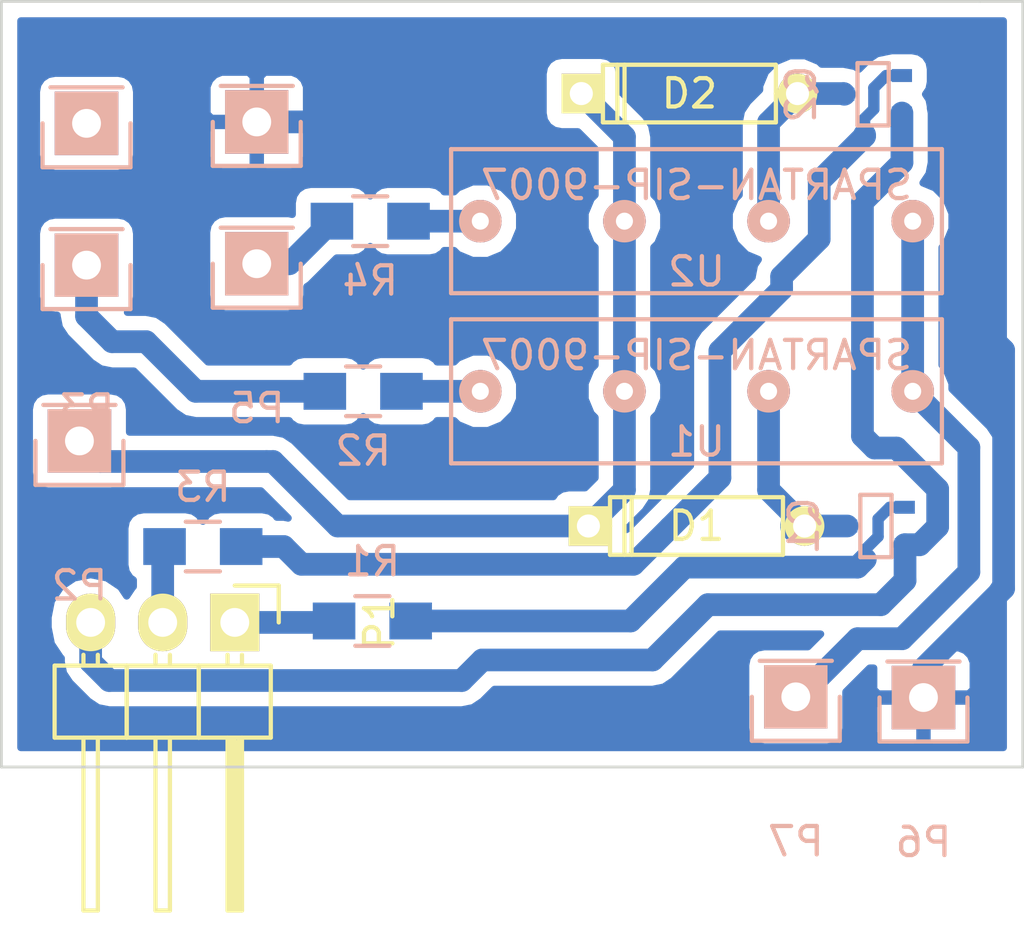
<source format=kicad_pcb>
(kicad_pcb (version 4) (host pcbnew "(after 2015-may-25 BZR unknown)-product")

  (general
    (links 21)
    (no_connects 0)
    (area 141.949999 94.949999 178.050001 127.775001)
    (thickness 1.6)
    (drawings 5)
    (tracks 95)
    (zones 0)
    (modules 18)
    (nets 15)
  )

  (page A4)
  (layers
    (0 F.Cu signal)
    (31 B.Cu signal)
    (32 B.Adhes user)
    (33 F.Adhes user)
    (34 B.Paste user)
    (35 F.Paste user)
    (36 B.SilkS user)
    (37 F.SilkS user)
    (38 B.Mask user)
    (39 F.Mask user)
    (40 Dwgs.User user)
    (41 Cmts.User user)
    (42 Eco1.User user)
    (43 Eco2.User user)
    (44 Edge.Cuts user)
    (45 Margin user)
    (46 B.CrtYd user)
    (47 F.CrtYd user)
    (48 B.Fab user)
    (49 F.Fab user)
  )

  (setup
    (last_trace_width 0.8)
    (user_trace_width 0.8)
    (user_trace_width 1.2)
    (trace_clearance 0.2)
    (zone_clearance 0.508)
    (zone_45_only no)
    (trace_min 0.2)
    (segment_width 0.2)
    (edge_width 0.1)
    (via_size 0.6)
    (via_drill 0.4)
    (via_min_size 0.4)
    (via_min_drill 0.3)
    (uvia_size 0.3)
    (uvia_drill 0.1)
    (uvias_allowed no)
    (uvia_min_size 0.2)
    (uvia_min_drill 0.1)
    (pcb_text_width 0.3)
    (pcb_text_size 1.5 1.5)
    (mod_edge_width 0.15)
    (mod_text_size 1 1)
    (mod_text_width 0.15)
    (pad_size 1.5 1.5)
    (pad_drill 0.6)
    (pad_to_mask_clearance 0)
    (aux_axis_origin 0 0)
    (visible_elements 7FFFFFFF)
    (pcbplotparams
      (layerselection 0x00030_80000001)
      (usegerberextensions false)
      (excludeedgelayer true)
      (linewidth 0.100000)
      (plotframeref false)
      (viasonmask false)
      (mode 1)
      (useauxorigin false)
      (hpglpennumber 1)
      (hpglpenspeed 20)
      (hpglpendiameter 15)
      (hpglpenoverlay 2)
      (psnegative false)
      (psa4output false)
      (plotreference true)
      (plotvalue true)
      (plotinvisibletext false)
      (padsonsilk false)
      (subtractmaskfromsilk false)
      (outputformat 1)
      (mirror false)
      (drillshape 1)
      (scaleselection 1)
      (outputdirectory svg))
  )

  (net 0 "")
  (net 1 GND)
  (net 2 /probeEn)
  (net 3 /workEn)
  (net 4 +12V)
  (net 5 /workI)
  (net 6 GNDA)
  (net 7 /probeI)
  (net 8 "Net-(P7-Pad1)")
  (net 9 "Net-(Q1-Pad1)")
  (net 10 "Net-(Q2-Pad1)")
  (net 11 "Net-(R2-Pad2)")
  (net 12 "Net-(R4-Pad2)")
  (net 13 "Net-(D1-Pad2)")
  (net 14 "Net-(D2-Pad2)")

  (net_class Default "This is the default net class."
    (clearance 0.2)
    (trace_width 0.4)
    (via_dia 0.6)
    (via_drill 0.4)
    (uvia_dia 0.3)
    (uvia_drill 0.1)
    (add_net +12V)
    (add_net /probeEn)
    (add_net /probeI)
    (add_net /workEn)
    (add_net /workI)
    (add_net GND)
    (add_net GNDA)
    (add_net "Net-(D1-Pad2)")
    (add_net "Net-(D2-Pad2)")
    (add_net "Net-(P7-Pad1)")
    (add_net "Net-(Q1-Pad1)")
    (add_net "Net-(Q2-Pad1)")
    (add_net "Net-(R2-Pad2)")
    (add_net "Net-(R4-Pad2)")
  )

  (module Discret:D3 (layer F.Cu) (tedit 0) (tstamp 55D624AC)
    (at 166.5 113.5 180)
    (descr "Diode 3 pas")
    (tags "DIODE DEV")
    (path /55D6588A)
    (fp_text reference D1 (at 0 0 180) (layer F.SilkS)
      (effects (font (size 1 1) (thickness 0.15)))
    )
    (fp_text value 1n5819 (at 0 0 180) (layer F.Fab)
      (effects (font (size 1 1) (thickness 0.15)))
    )
    (fp_line (start 3.81 0) (end 3.048 0) (layer F.SilkS) (width 0.15))
    (fp_line (start 3.048 0) (end 3.048 -1.016) (layer F.SilkS) (width 0.15))
    (fp_line (start 3.048 -1.016) (end -3.048 -1.016) (layer F.SilkS) (width 0.15))
    (fp_line (start -3.048 -1.016) (end -3.048 0) (layer F.SilkS) (width 0.15))
    (fp_line (start -3.048 0) (end -3.81 0) (layer F.SilkS) (width 0.15))
    (fp_line (start -3.048 0) (end -3.048 1.016) (layer F.SilkS) (width 0.15))
    (fp_line (start -3.048 1.016) (end 3.048 1.016) (layer F.SilkS) (width 0.15))
    (fp_line (start 3.048 1.016) (end 3.048 0) (layer F.SilkS) (width 0.15))
    (fp_line (start 2.54 -1.016) (end 2.54 1.016) (layer F.SilkS) (width 0.15))
    (fp_line (start 2.286 1.016) (end 2.286 -1.016) (layer F.SilkS) (width 0.15))
    (pad 1 thru_hole rect (at 3.81 0 180) (size 1.397 1.397) (drill 0.8128) (layers *.Cu *.Mask F.SilkS)
      (net 4 +12V))
    (pad 2 thru_hole circle (at -3.81 0 180) (size 1.397 1.397) (drill 0.8128) (layers *.Cu *.Mask F.SilkS)
      (net 13 "Net-(D1-Pad2)"))
    (model Discret.3dshapes/D3.wrl
      (at (xyz 0 0 0))
      (scale (xyz 0.3 0.3 0.3))
      (rotate (xyz 0 0 0))
    )
  )

  (module Discret:D3 (layer F.Cu) (tedit 0) (tstamp 55D624B2)
    (at 166.25 98.25 180)
    (descr "Diode 3 pas")
    (tags "DIODE DEV")
    (path /55D76479)
    (fp_text reference D2 (at 0 0 180) (layer F.SilkS)
      (effects (font (size 1 1) (thickness 0.15)))
    )
    (fp_text value 1n5819 (at 0 0 180) (layer F.Fab)
      (effects (font (size 1 1) (thickness 0.15)))
    )
    (fp_line (start 3.81 0) (end 3.048 0) (layer F.SilkS) (width 0.15))
    (fp_line (start 3.048 0) (end 3.048 -1.016) (layer F.SilkS) (width 0.15))
    (fp_line (start 3.048 -1.016) (end -3.048 -1.016) (layer F.SilkS) (width 0.15))
    (fp_line (start -3.048 -1.016) (end -3.048 0) (layer F.SilkS) (width 0.15))
    (fp_line (start -3.048 0) (end -3.81 0) (layer F.SilkS) (width 0.15))
    (fp_line (start -3.048 0) (end -3.048 1.016) (layer F.SilkS) (width 0.15))
    (fp_line (start -3.048 1.016) (end 3.048 1.016) (layer F.SilkS) (width 0.15))
    (fp_line (start 3.048 1.016) (end 3.048 0) (layer F.SilkS) (width 0.15))
    (fp_line (start 2.54 -1.016) (end 2.54 1.016) (layer F.SilkS) (width 0.15))
    (fp_line (start 2.286 1.016) (end 2.286 -1.016) (layer F.SilkS) (width 0.15))
    (pad 1 thru_hole rect (at 3.81 0 180) (size 1.397 1.397) (drill 0.8128) (layers *.Cu *.Mask F.SilkS)
      (net 4 +12V))
    (pad 2 thru_hole circle (at -3.81 0 180) (size 1.397 1.397) (drill 0.8128) (layers *.Cu *.Mask F.SilkS)
      (net 14 "Net-(D2-Pad2)"))
    (model Discret.3dshapes/D3.wrl
      (at (xyz 0 0 0))
      (scale (xyz 0.3 0.3 0.3))
      (rotate (xyz 0 0 0))
    )
  )

  (module Pin_Headers:Pin_Header_Angled_1x03 (layer F.Cu) (tedit 0) (tstamp 55D624B9)
    (at 150.225 116.9 270)
    (descr "Through hole pin header")
    (tags "pin header")
    (path /55D66221)
    (fp_text reference P1 (at 0 -5.1 270) (layer F.SilkS)
      (effects (font (size 1 1) (thickness 0.15)))
    )
    (fp_text value CONN_01X03 (at 0 -3.1 270) (layer F.Fab)
      (effects (font (size 1 1) (thickness 0.15)))
    )
    (fp_line (start -1.5 -1.75) (end -1.5 6.85) (layer F.CrtYd) (width 0.05))
    (fp_line (start 10.65 -1.75) (end 10.65 6.85) (layer F.CrtYd) (width 0.05))
    (fp_line (start -1.5 -1.75) (end 10.65 -1.75) (layer F.CrtYd) (width 0.05))
    (fp_line (start -1.5 6.85) (end 10.65 6.85) (layer F.CrtYd) (width 0.05))
    (fp_line (start -1.3 -1.55) (end -1.3 0) (layer F.SilkS) (width 0.15))
    (fp_line (start 0 -1.55) (end -1.3 -1.55) (layer F.SilkS) (width 0.15))
    (fp_line (start 4.191 -0.127) (end 10.033 -0.127) (layer F.SilkS) (width 0.15))
    (fp_line (start 10.033 -0.127) (end 10.033 0.127) (layer F.SilkS) (width 0.15))
    (fp_line (start 10.033 0.127) (end 4.191 0.127) (layer F.SilkS) (width 0.15))
    (fp_line (start 4.191 0.127) (end 4.191 0) (layer F.SilkS) (width 0.15))
    (fp_line (start 4.191 0) (end 10.033 0) (layer F.SilkS) (width 0.15))
    (fp_line (start 1.524 -0.254) (end 1.143 -0.254) (layer F.SilkS) (width 0.15))
    (fp_line (start 1.524 0.254) (end 1.143 0.254) (layer F.SilkS) (width 0.15))
    (fp_line (start 1.524 2.286) (end 1.143 2.286) (layer F.SilkS) (width 0.15))
    (fp_line (start 1.524 2.794) (end 1.143 2.794) (layer F.SilkS) (width 0.15))
    (fp_line (start 1.524 4.826) (end 1.143 4.826) (layer F.SilkS) (width 0.15))
    (fp_line (start 1.524 5.334) (end 1.143 5.334) (layer F.SilkS) (width 0.15))
    (fp_line (start 4.064 1.27) (end 4.064 -1.27) (layer F.SilkS) (width 0.15))
    (fp_line (start 10.16 0.254) (end 4.064 0.254) (layer F.SilkS) (width 0.15))
    (fp_line (start 10.16 -0.254) (end 10.16 0.254) (layer F.SilkS) (width 0.15))
    (fp_line (start 4.064 -0.254) (end 10.16 -0.254) (layer F.SilkS) (width 0.15))
    (fp_line (start 1.524 1.27) (end 4.064 1.27) (layer F.SilkS) (width 0.15))
    (fp_line (start 1.524 -1.27) (end 1.524 1.27) (layer F.SilkS) (width 0.15))
    (fp_line (start 1.524 -1.27) (end 4.064 -1.27) (layer F.SilkS) (width 0.15))
    (fp_line (start 1.524 3.81) (end 4.064 3.81) (layer F.SilkS) (width 0.15))
    (fp_line (start 1.524 3.81) (end 1.524 6.35) (layer F.SilkS) (width 0.15))
    (fp_line (start 4.064 4.826) (end 10.16 4.826) (layer F.SilkS) (width 0.15))
    (fp_line (start 10.16 4.826) (end 10.16 5.334) (layer F.SilkS) (width 0.15))
    (fp_line (start 10.16 5.334) (end 4.064 5.334) (layer F.SilkS) (width 0.15))
    (fp_line (start 4.064 6.35) (end 4.064 3.81) (layer F.SilkS) (width 0.15))
    (fp_line (start 4.064 3.81) (end 4.064 1.27) (layer F.SilkS) (width 0.15))
    (fp_line (start 10.16 2.794) (end 4.064 2.794) (layer F.SilkS) (width 0.15))
    (fp_line (start 10.16 2.286) (end 10.16 2.794) (layer F.SilkS) (width 0.15))
    (fp_line (start 4.064 2.286) (end 10.16 2.286) (layer F.SilkS) (width 0.15))
    (fp_line (start 1.524 3.81) (end 4.064 3.81) (layer F.SilkS) (width 0.15))
    (fp_line (start 1.524 1.27) (end 1.524 3.81) (layer F.SilkS) (width 0.15))
    (fp_line (start 1.524 1.27) (end 4.064 1.27) (layer F.SilkS) (width 0.15))
    (fp_line (start 1.524 6.35) (end 4.064 6.35) (layer F.SilkS) (width 0.15))
    (pad 1 thru_hole rect (at 0 0 270) (size 2.032 1.7272) (drill 1.016) (layers *.Cu *.Mask F.SilkS)
      (net 2 /probeEn))
    (pad 2 thru_hole oval (at 0 2.54 270) (size 2.032 1.7272) (drill 1.016) (layers *.Cu *.Mask F.SilkS)
      (net 3 /workEn))
    (pad 3 thru_hole oval (at 0 5.08 270) (size 2.032 1.7272) (drill 1.016) (layers *.Cu *.Mask F.SilkS)
      (net 1 GND))
    (model Pin_Headers.3dshapes/Pin_Header_Angled_1x03.wrl
      (at (xyz 0 -0.1 0))
      (scale (xyz 1 1 1))
      (rotate (xyz 0 0 90))
    )
  )

  (module Pin_Headers:Pin_Header_Straight_1x01 (layer B.Cu) (tedit 54EA08DC) (tstamp 55D624BE)
    (at 144.75 110.5)
    (descr "Through hole pin header")
    (tags "pin header")
    (path /55D66996)
    (fp_text reference P2 (at 0 5.1) (layer B.SilkS)
      (effects (font (size 1 1) (thickness 0.15)) (justify mirror))
    )
    (fp_text value 12V (at 0 3.1) (layer B.Fab)
      (effects (font (size 1 1) (thickness 0.15)) (justify mirror))
    )
    (fp_line (start 1.55 1.55) (end 1.55 0) (layer B.SilkS) (width 0.15))
    (fp_line (start -1.75 1.75) (end -1.75 -1.75) (layer B.CrtYd) (width 0.05))
    (fp_line (start 1.75 1.75) (end 1.75 -1.75) (layer B.CrtYd) (width 0.05))
    (fp_line (start -1.75 1.75) (end 1.75 1.75) (layer B.CrtYd) (width 0.05))
    (fp_line (start -1.75 -1.75) (end 1.75 -1.75) (layer B.CrtYd) (width 0.05))
    (fp_line (start -1.55 0) (end -1.55 1.55) (layer B.SilkS) (width 0.15))
    (fp_line (start -1.55 1.55) (end 1.55 1.55) (layer B.SilkS) (width 0.15))
    (fp_line (start -1.27 -1.27) (end 1.27 -1.27) (layer B.SilkS) (width 0.15))
    (pad 1 thru_hole rect (at 0 0) (size 2.2352 2.2352) (drill 1.016) (layers *.Cu *.Mask B.SilkS)
      (net 4 +12V))
    (model Pin_Headers.3dshapes/Pin_Header_Straight_1x01.wrl
      (at (xyz 0 0 0))
      (scale (xyz 1 1 1))
      (rotate (xyz 0 0 90))
    )
  )

  (module Pin_Headers:Pin_Header_Straight_1x01 (layer B.Cu) (tedit 55D6259C) (tstamp 55D624C3)
    (at 145 104.3)
    (descr "Through hole pin header")
    (tags "pin header")
    (path /55D6706D)
    (fp_text reference P3 (at 0 5.1) (layer B.SilkS)
      (effects (font (size 1 1) (thickness 0.15)) (justify mirror))
    )
    (fp_text value work (at 0 -2.5) (layer B.Fab)
      (effects (font (size 1 1) (thickness 0.15)) (justify mirror))
    )
    (fp_line (start 1.55 1.55) (end 1.55 0) (layer B.SilkS) (width 0.15))
    (fp_line (start -1.75 1.75) (end -1.75 -1.75) (layer B.CrtYd) (width 0.05))
    (fp_line (start 1.75 1.75) (end 1.75 -1.75) (layer B.CrtYd) (width 0.05))
    (fp_line (start -1.75 1.75) (end 1.75 1.75) (layer B.CrtYd) (width 0.05))
    (fp_line (start -1.75 -1.75) (end 1.75 -1.75) (layer B.CrtYd) (width 0.05))
    (fp_line (start -1.55 0) (end -1.55 1.55) (layer B.SilkS) (width 0.15))
    (fp_line (start -1.55 1.55) (end 1.55 1.55) (layer B.SilkS) (width 0.15))
    (fp_line (start -1.27 -1.27) (end 1.27 -1.27) (layer B.SilkS) (width 0.15))
    (pad 1 thru_hole rect (at 0 0) (size 2.2352 2.2352) (drill 1.016) (layers *.Cu *.Mask B.SilkS)
      (net 7 /probeI))
    (model Pin_Headers.3dshapes/Pin_Header_Straight_1x01.wrl
      (at (xyz 0 0 0))
      (scale (xyz 1 1 1))
      (rotate (xyz 0 0 90))
    )
  )

  (module Pin_Headers:Pin_Header_Straight_1x01 (layer B.Cu) (tedit 55D6259F) (tstamp 55D624C8)
    (at 145 99.3)
    (descr "Through hole pin header")
    (tags "pin header")
    (path /55D67DA9)
    (fp_text reference P4 (at 0 5.1) (layer B.SilkS)
      (effects (font (size 1 1) (thickness 0.15)) (justify mirror))
    )
    (fp_text value work (at 0.25 -2.25) (layer B.Fab)
      (effects (font (size 1 1) (thickness 0.15)) (justify mirror))
    )
    (fp_line (start 1.55 1.55) (end 1.55 0) (layer B.SilkS) (width 0.15))
    (fp_line (start -1.75 1.75) (end -1.75 -1.75) (layer B.CrtYd) (width 0.05))
    (fp_line (start 1.75 1.75) (end 1.75 -1.75) (layer B.CrtYd) (width 0.05))
    (fp_line (start -1.75 1.75) (end 1.75 1.75) (layer B.CrtYd) (width 0.05))
    (fp_line (start -1.75 -1.75) (end 1.75 -1.75) (layer B.CrtYd) (width 0.05))
    (fp_line (start -1.55 0) (end -1.55 1.55) (layer B.SilkS) (width 0.15))
    (fp_line (start -1.55 1.55) (end 1.55 1.55) (layer B.SilkS) (width 0.15))
    (fp_line (start -1.27 -1.27) (end 1.27 -1.27) (layer B.SilkS) (width 0.15))
    (pad 1 thru_hole rect (at 0 0) (size 2.2352 2.2352) (drill 1.016) (layers *.Cu *.Mask B.SilkS))
    (model Pin_Headers.3dshapes/Pin_Header_Straight_1x01.wrl
      (at (xyz 0 0 0))
      (scale (xyz 1 1 1))
      (rotate (xyz 0 0 90))
    )
  )

  (module Pin_Headers:Pin_Header_Straight_1x01 (layer B.Cu) (tedit 54EA08DC) (tstamp 55D624CD)
    (at 151 104.25)
    (descr "Through hole pin header")
    (tags "pin header")
    (path /55D67304)
    (fp_text reference P5 (at 0 5.1) (layer B.SilkS)
      (effects (font (size 1 1) (thickness 0.15)) (justify mirror))
    )
    (fp_text value probe (at 0 3.1) (layer B.Fab)
      (effects (font (size 1 1) (thickness 0.15)) (justify mirror))
    )
    (fp_line (start 1.55 1.55) (end 1.55 0) (layer B.SilkS) (width 0.15))
    (fp_line (start -1.75 1.75) (end -1.75 -1.75) (layer B.CrtYd) (width 0.05))
    (fp_line (start 1.75 1.75) (end 1.75 -1.75) (layer B.CrtYd) (width 0.05))
    (fp_line (start -1.75 1.75) (end 1.75 1.75) (layer B.CrtYd) (width 0.05))
    (fp_line (start -1.75 -1.75) (end 1.75 -1.75) (layer B.CrtYd) (width 0.05))
    (fp_line (start -1.55 0) (end -1.55 1.55) (layer B.SilkS) (width 0.15))
    (fp_line (start -1.55 1.55) (end 1.55 1.55) (layer B.SilkS) (width 0.15))
    (fp_line (start -1.27 -1.27) (end 1.27 -1.27) (layer B.SilkS) (width 0.15))
    (pad 1 thru_hole rect (at 0 0) (size 2.2352 2.2352) (drill 1.016) (layers *.Cu *.Mask B.SilkS)
      (net 5 /workI))
    (model Pin_Headers.3dshapes/Pin_Header_Straight_1x01.wrl
      (at (xyz 0 0 0))
      (scale (xyz 1 1 1))
      (rotate (xyz 0 0 90))
    )
  )

  (module Pin_Headers:Pin_Header_Straight_1x01 (layer B.Cu) (tedit 54EA08DC) (tstamp 55D624D2)
    (at 174.5 119.55)
    (descr "Through hole pin header")
    (tags "pin header")
    (path /55D67E61)
    (fp_text reference P6 (at 0 5.1) (layer B.SilkS)
      (effects (font (size 1 1) (thickness 0.15)) (justify mirror))
    )
    (fp_text value probe (at 0 3.1) (layer B.Fab)
      (effects (font (size 1 1) (thickness 0.15)) (justify mirror))
    )
    (fp_line (start 1.55 1.55) (end 1.55 0) (layer B.SilkS) (width 0.15))
    (fp_line (start -1.75 1.75) (end -1.75 -1.75) (layer B.CrtYd) (width 0.05))
    (fp_line (start 1.75 1.75) (end 1.75 -1.75) (layer B.CrtYd) (width 0.05))
    (fp_line (start -1.75 1.75) (end 1.75 1.75) (layer B.CrtYd) (width 0.05))
    (fp_line (start -1.75 -1.75) (end 1.75 -1.75) (layer B.CrtYd) (width 0.05))
    (fp_line (start -1.55 0) (end -1.55 1.55) (layer B.SilkS) (width 0.15))
    (fp_line (start -1.55 1.55) (end 1.55 1.55) (layer B.SilkS) (width 0.15))
    (fp_line (start -1.27 -1.27) (end 1.27 -1.27) (layer B.SilkS) (width 0.15))
    (pad 1 thru_hole rect (at 0 0) (size 2.2352 2.2352) (drill 1.016) (layers *.Cu *.Mask B.SilkS)
      (net 6 GNDA))
    (model Pin_Headers.3dshapes/Pin_Header_Straight_1x01.wrl
      (at (xyz 0 0 0))
      (scale (xyz 1 1 1))
      (rotate (xyz 0 0 90))
    )
  )

  (module Pin_Headers:Pin_Header_Straight_1x01 (layer B.Cu) (tedit 54EA08DC) (tstamp 55D624D7)
    (at 170 119.525)
    (descr "Through hole pin header")
    (tags "pin header")
    (path /55D65E7F)
    (fp_text reference P7 (at 0 5.1) (layer B.SilkS)
      (effects (font (size 1 1) (thickness 0.15)) (justify mirror))
    )
    (fp_text value output (at 0 3.1) (layer B.Fab)
      (effects (font (size 1 1) (thickness 0.15)) (justify mirror))
    )
    (fp_line (start 1.55 1.55) (end 1.55 0) (layer B.SilkS) (width 0.15))
    (fp_line (start -1.75 1.75) (end -1.75 -1.75) (layer B.CrtYd) (width 0.05))
    (fp_line (start 1.75 1.75) (end 1.75 -1.75) (layer B.CrtYd) (width 0.05))
    (fp_line (start -1.75 1.75) (end 1.75 1.75) (layer B.CrtYd) (width 0.05))
    (fp_line (start -1.75 -1.75) (end 1.75 -1.75) (layer B.CrtYd) (width 0.05))
    (fp_line (start -1.55 0) (end -1.55 1.55) (layer B.SilkS) (width 0.15))
    (fp_line (start -1.55 1.55) (end 1.55 1.55) (layer B.SilkS) (width 0.15))
    (fp_line (start -1.27 -1.27) (end 1.27 -1.27) (layer B.SilkS) (width 0.15))
    (pad 1 thru_hole rect (at 0 0) (size 2.2352 2.2352) (drill 1.016) (layers *.Cu *.Mask B.SilkS)
      (net 8 "Net-(P7-Pad1)"))
    (model Pin_Headers.3dshapes/Pin_Header_Straight_1x01.wrl
      (at (xyz 0 0 0))
      (scale (xyz 1 1 1))
      (rotate (xyz 0 0 90))
    )
  )

  (module Pin_Headers:Pin_Header_Straight_1x01 (layer B.Cu) (tedit 54EA08DC) (tstamp 55D624DC)
    (at 151 99.25)
    (descr "Through hole pin header")
    (tags "pin header")
    (path /55D6A2FA)
    (fp_text reference P8 (at 0 5.1) (layer B.SilkS)
      (effects (font (size 1 1) (thickness 0.15)) (justify mirror))
    )
    (fp_text value "output gnd" (at 0 3.1) (layer B.Fab)
      (effects (font (size 1 1) (thickness 0.15)) (justify mirror))
    )
    (fp_line (start 1.55 1.55) (end 1.55 0) (layer B.SilkS) (width 0.15))
    (fp_line (start -1.75 1.75) (end -1.75 -1.75) (layer B.CrtYd) (width 0.05))
    (fp_line (start 1.75 1.75) (end 1.75 -1.75) (layer B.CrtYd) (width 0.05))
    (fp_line (start -1.75 1.75) (end 1.75 1.75) (layer B.CrtYd) (width 0.05))
    (fp_line (start -1.75 -1.75) (end 1.75 -1.75) (layer B.CrtYd) (width 0.05))
    (fp_line (start -1.55 0) (end -1.55 1.55) (layer B.SilkS) (width 0.15))
    (fp_line (start -1.55 1.55) (end 1.55 1.55) (layer B.SilkS) (width 0.15))
    (fp_line (start -1.27 -1.27) (end 1.27 -1.27) (layer B.SilkS) (width 0.15))
    (pad 1 thru_hole rect (at 0 0) (size 2.2352 2.2352) (drill 1.016) (layers *.Cu *.Mask B.SilkS)
      (net 6 GNDA))
    (model Pin_Headers.3dshapes/Pin_Header_Straight_1x01.wrl
      (at (xyz 0 0 0))
      (scale (xyz 1 1 1))
      (rotate (xyz 0 0 90))
    )
  )

  (module Resistors_SMD:R_0805_HandSoldering (layer B.Cu) (tedit 54189DEE) (tstamp 55D624F0)
    (at 155.075 116.85 180)
    (descr "Resistor SMD 0805, hand soldering")
    (tags "resistor 0805")
    (path /55D65B50)
    (attr smd)
    (fp_text reference R1 (at 0 2.1 180) (layer B.SilkS)
      (effects (font (size 1 1) (thickness 0.15)) (justify mirror))
    )
    (fp_text value "1k 5%" (at 0 -2.1 180) (layer B.Fab)
      (effects (font (size 1 1) (thickness 0.15)) (justify mirror))
    )
    (fp_line (start -2.4 1) (end 2.4 1) (layer B.CrtYd) (width 0.05))
    (fp_line (start -2.4 -1) (end 2.4 -1) (layer B.CrtYd) (width 0.05))
    (fp_line (start -2.4 1) (end -2.4 -1) (layer B.CrtYd) (width 0.05))
    (fp_line (start 2.4 1) (end 2.4 -1) (layer B.CrtYd) (width 0.05))
    (fp_line (start 0.6 -0.875) (end -0.6 -0.875) (layer B.SilkS) (width 0.15))
    (fp_line (start -0.6 0.875) (end 0.6 0.875) (layer B.SilkS) (width 0.15))
    (pad 1 smd rect (at -1.35 0 180) (size 1.5 1.3) (layers B.Cu B.Paste B.Mask)
      (net 9 "Net-(Q1-Pad1)"))
    (pad 2 smd rect (at 1.35 0 180) (size 1.5 1.3) (layers B.Cu B.Paste B.Mask)
      (net 2 /probeEn))
    (model Resistors_SMD.3dshapes/R_0805_HandSoldering.wrl
      (at (xyz 0 0 0))
      (scale (xyz 1 1 1))
      (rotate (xyz 0 0 0))
    )
  )

  (module Resistors_SMD:R_0805_HandSoldering (layer B.Cu) (tedit 54189DEE) (tstamp 55D624F6)
    (at 154.75 108.75)
    (descr "Resistor SMD 0805, hand soldering")
    (tags "resistor 0805")
    (path /55D619ED)
    (attr smd)
    (fp_text reference R2 (at 0 2.1) (layer B.SilkS)
      (effects (font (size 1 1) (thickness 0.15)) (justify mirror))
    )
    (fp_text value "1k 5%" (at 0 -2.1) (layer B.Fab)
      (effects (font (size 1 1) (thickness 0.15)) (justify mirror))
    )
    (fp_line (start -2.4 1) (end 2.4 1) (layer B.CrtYd) (width 0.05))
    (fp_line (start -2.4 -1) (end 2.4 -1) (layer B.CrtYd) (width 0.05))
    (fp_line (start -2.4 1) (end -2.4 -1) (layer B.CrtYd) (width 0.05))
    (fp_line (start 2.4 1) (end 2.4 -1) (layer B.CrtYd) (width 0.05))
    (fp_line (start 0.6 -0.875) (end -0.6 -0.875) (layer B.SilkS) (width 0.15))
    (fp_line (start -0.6 0.875) (end 0.6 0.875) (layer B.SilkS) (width 0.15))
    (pad 1 smd rect (at -1.35 0) (size 1.5 1.3) (layers B.Cu B.Paste B.Mask)
      (net 7 /probeI))
    (pad 2 smd rect (at 1.35 0) (size 1.5 1.3) (layers B.Cu B.Paste B.Mask)
      (net 11 "Net-(R2-Pad2)"))
    (model Resistors_SMD.3dshapes/R_0805_HandSoldering.wrl
      (at (xyz 0 0 0))
      (scale (xyz 1 1 1))
      (rotate (xyz 0 0 0))
    )
  )

  (module Resistors_SMD:R_0805_HandSoldering (layer B.Cu) (tedit 54189DEE) (tstamp 55D624FC)
    (at 149.1 114.225 180)
    (descr "Resistor SMD 0805, hand soldering")
    (tags "resistor 0805")
    (path /55D7648C)
    (attr smd)
    (fp_text reference R3 (at 0 2.1 180) (layer B.SilkS)
      (effects (font (size 1 1) (thickness 0.15)) (justify mirror))
    )
    (fp_text value "1k 5%" (at 0 -2.1 180) (layer B.Fab)
      (effects (font (size 1 1) (thickness 0.15)) (justify mirror))
    )
    (fp_line (start -2.4 1) (end 2.4 1) (layer B.CrtYd) (width 0.05))
    (fp_line (start -2.4 -1) (end 2.4 -1) (layer B.CrtYd) (width 0.05))
    (fp_line (start -2.4 1) (end -2.4 -1) (layer B.CrtYd) (width 0.05))
    (fp_line (start 2.4 1) (end 2.4 -1) (layer B.CrtYd) (width 0.05))
    (fp_line (start 0.6 -0.875) (end -0.6 -0.875) (layer B.SilkS) (width 0.15))
    (fp_line (start -0.6 0.875) (end 0.6 0.875) (layer B.SilkS) (width 0.15))
    (pad 1 smd rect (at -1.35 0 180) (size 1.5 1.3) (layers B.Cu B.Paste B.Mask)
      (net 10 "Net-(Q2-Pad1)"))
    (pad 2 smd rect (at 1.35 0 180) (size 1.5 1.3) (layers B.Cu B.Paste B.Mask)
      (net 3 /workEn))
    (model Resistors_SMD.3dshapes/R_0805_HandSoldering.wrl
      (at (xyz 0 0 0))
      (scale (xyz 1 1 1))
      (rotate (xyz 0 0 0))
    )
  )

  (module Resistors_SMD:R_0805_HandSoldering (layer B.Cu) (tedit 54189DEE) (tstamp 55D62502)
    (at 155 102.75)
    (descr "Resistor SMD 0805, hand soldering")
    (tags "resistor 0805")
    (path /55D65E40)
    (attr smd)
    (fp_text reference R4 (at 0 2.1) (layer B.SilkS)
      (effects (font (size 1 1) (thickness 0.15)) (justify mirror))
    )
    (fp_text value "1k 5%" (at 0 -2.1) (layer B.Fab)
      (effects (font (size 1 1) (thickness 0.15)) (justify mirror))
    )
    (fp_line (start -2.4 1) (end 2.4 1) (layer B.CrtYd) (width 0.05))
    (fp_line (start -2.4 -1) (end 2.4 -1) (layer B.CrtYd) (width 0.05))
    (fp_line (start -2.4 1) (end -2.4 -1) (layer B.CrtYd) (width 0.05))
    (fp_line (start 2.4 1) (end 2.4 -1) (layer B.CrtYd) (width 0.05))
    (fp_line (start 0.6 -0.875) (end -0.6 -0.875) (layer B.SilkS) (width 0.15))
    (fp_line (start -0.6 0.875) (end 0.6 0.875) (layer B.SilkS) (width 0.15))
    (pad 1 smd rect (at -1.35 0) (size 1.5 1.3) (layers B.Cu B.Paste B.Mask)
      (net 5 /workI))
    (pad 2 smd rect (at 1.35 0) (size 1.5 1.3) (layers B.Cu B.Paste B.Mask)
      (net 12 "Net-(R4-Pad2)"))
    (model Resistors_SMD.3dshapes/R_0805_HandSoldering.wrl
      (at (xyz 0 0 0))
      (scale (xyz 1 1 1))
      (rotate (xyz 0 0 0))
    )
  )

  (module sparta-sip-9007:SPARTAN-SIP-9007 (layer B.Cu) (tedit 5485E72A) (tstamp 55D6250A)
    (at 166.5 108.75)
    (path /55D61984)
    (fp_text reference U1 (at 0 1.778) (layer B.SilkS)
      (effects (font (size 1 1) (thickness 0.15)) (justify mirror))
    )
    (fp_text value SPARTAN-SIP-9007 (at 0 -1.27) (layer B.SilkS)
      (effects (font (size 1 1) (thickness 0.15)) (justify mirror))
    )
    (fp_line (start -8.65 -2.54) (end 8.65 -2.54) (layer B.SilkS) (width 0.15))
    (fp_line (start -8.65 2.54) (end 8.65 2.54) (layer B.SilkS) (width 0.15))
    (fp_line (start 8.65 2.54) (end 8.65 -2.54) (layer B.SilkS) (width 0.15))
    (fp_line (start -8.65 2.54) (end -8.65 -2.54) (layer B.SilkS) (width 0.15))
    (pad 2 thru_hole circle (at -2.54 0) (size 1.5 1.5) (drill 0.6) (layers *.Cu *.Mask B.SilkS)
      (net 4 +12V))
    (pad 3 thru_hole circle (at 2.54 0) (size 1.5 1.5) (drill 0.6) (layers *.Cu *.Mask B.SilkS)
      (net 13 "Net-(D1-Pad2)"))
    (pad 1 thru_hole circle (at -7.62 0) (size 1.5 1.5) (drill 0.6) (layers *.Cu *.Mask B.SilkS)
      (net 11 "Net-(R2-Pad2)"))
    (pad 4 thru_hole circle (at 7.62 0) (size 1.5 1.5) (drill 0.6) (layers *.Cu *.Mask B.SilkS)
      (net 8 "Net-(P7-Pad1)"))
  )

  (module sparta-sip-9007:SPARTAN-SIP-9007 (layer B.Cu) (tedit 5485E72A) (tstamp 55D62512)
    (at 166.5 102.75)
    (path /55D65E36)
    (fp_text reference U2 (at 0 1.778) (layer B.SilkS)
      (effects (font (size 1 1) (thickness 0.15)) (justify mirror))
    )
    (fp_text value SPARTAN-SIP-9007 (at 0 -1.27) (layer B.SilkS)
      (effects (font (size 1 1) (thickness 0.15)) (justify mirror))
    )
    (fp_line (start -8.65 -2.54) (end 8.65 -2.54) (layer B.SilkS) (width 0.15))
    (fp_line (start -8.65 2.54) (end 8.65 2.54) (layer B.SilkS) (width 0.15))
    (fp_line (start 8.65 2.54) (end 8.65 -2.54) (layer B.SilkS) (width 0.15))
    (fp_line (start -8.65 2.54) (end -8.65 -2.54) (layer B.SilkS) (width 0.15))
    (pad 2 thru_hole circle (at -2.54 0) (size 1.5 1.5) (drill 0.6) (layers *.Cu *.Mask B.SilkS)
      (net 4 +12V))
    (pad 3 thru_hole circle (at 2.54 0) (size 1.5 1.5) (drill 0.6) (layers *.Cu *.Mask B.SilkS)
      (net 14 "Net-(D2-Pad2)"))
    (pad 1 thru_hole circle (at -7.62 0) (size 1.5 1.5) (drill 0.6) (layers *.Cu *.Mask B.SilkS)
      (net 12 "Net-(R4-Pad2)"))
    (pad 4 thru_hole circle (at 7.62 0) (size 1.5 1.5) (drill 0.6) (layers *.Cu *.Mask B.SilkS)
      (net 8 "Net-(P7-Pad1)"))
  )

  (module libs:sot23 (layer B.Cu) (tedit 55D62AC5) (tstamp 55D62C64)
    (at 172.825 113.5 270)
    (descr SOT23)
    (path /55D658F6)
    (attr smd)
    (fp_text reference Q1 (at 0 2.54 270) (layer B.SilkS)
      (effects (font (size 1 1) (thickness 0.15)) (justify mirror))
    )
    (fp_text value bc847 (at 0 -2.54 270) (layer B.Fab)
      (effects (font (size 1 1) (thickness 0.15)) (justify mirror))
    )
    (fp_line (start -1.1 0.55) (end -1.1 -0.55) (layer B.SilkS) (width 0.15))
    (fp_line (start -1.1 -0.55) (end 1.1 -0.55) (layer B.SilkS) (width 0.15))
    (fp_line (start 1.1 -0.55) (end 1.1 0.55) (layer B.SilkS) (width 0.15))
    (fp_line (start 1.1 0.55) (end -1.05 0.55) (layer B.SilkS) (width 0.15))
    (fp_line (start -1.05 0.55) (end -1.1 0.55) (layer B.SilkS) (width 0.15))
    (pad 1 smd rect (at -0.6604 -1.016 270) (size 0.4572 0.7112) (layers B.Cu B.Paste B.Mask)
      (net 9 "Net-(Q1-Pad1)"))
    (pad 3 smd rect (at 0.6604 -1.016 270) (size 0.4572 0.7112) (layers B.Cu B.Paste B.Mask)
      (net 1 GND))
    (pad 2 smd rect (at 0 1.016 270) (size 0.4572 0.7112) (layers B.Cu B.Paste B.Mask)
      (net 13 "Net-(D1-Pad2)"))
    (model Transistors_SMD.3dshapes/sc70.wrl
      (at (xyz 0 0 0))
      (scale (xyz 1 1 1))
      (rotate (xyz 0 0 0))
    )
  )

  (module libs:sot23 (layer B.Cu) (tedit 55D62AC5) (tstamp 55D62C6A)
    (at 172.725 98.275 270)
    (descr SOT23)
    (path /55D7647F)
    (attr smd)
    (fp_text reference Q2 (at 0 2.54 270) (layer B.SilkS)
      (effects (font (size 1 1) (thickness 0.15)) (justify mirror))
    )
    (fp_text value bc847 (at 0 -2.54 270) (layer B.Fab)
      (effects (font (size 1 1) (thickness 0.15)) (justify mirror))
    )
    (fp_line (start -1.1 0.55) (end -1.1 -0.55) (layer B.SilkS) (width 0.15))
    (fp_line (start -1.1 -0.55) (end 1.1 -0.55) (layer B.SilkS) (width 0.15))
    (fp_line (start 1.1 -0.55) (end 1.1 0.55) (layer B.SilkS) (width 0.15))
    (fp_line (start 1.1 0.55) (end -1.05 0.55) (layer B.SilkS) (width 0.15))
    (fp_line (start -1.05 0.55) (end -1.1 0.55) (layer B.SilkS) (width 0.15))
    (pad 1 smd rect (at -0.6604 -1.016 270) (size 0.4572 0.7112) (layers B.Cu B.Paste B.Mask)
      (net 10 "Net-(Q2-Pad1)"))
    (pad 3 smd rect (at 0.6604 -1.016 270) (size 0.4572 0.7112) (layers B.Cu B.Paste B.Mask)
      (net 1 GND))
    (pad 2 smd rect (at 0 1.016 270) (size 0.4572 0.7112) (layers B.Cu B.Paste B.Mask)
      (net 14 "Net-(D2-Pad2)"))
    (model Transistors_SMD.3dshapes/sc70.wrl
      (at (xyz 0 0 0))
      (scale (xyz 1 1 1))
      (rotate (xyz 0 0 0))
    )
  )

  (gr_line (start 142 122) (end 142 95) (angle 90) (layer Edge.Cuts) (width 0.1))
  (gr_line (start 178 122) (end 142 122) (angle 90) (layer Edge.Cuts) (width 0.1))
  (gr_line (start 178 95) (end 178 122) (angle 90) (layer Edge.Cuts) (width 0.1))
  (gr_line (start 176.5 95) (end 178 95) (angle 90) (layer Edge.Cuts) (width 0.1))
  (gr_line (start 142 95) (end 176.5 95) (angle 90) (layer Edge.Cuts) (width 0.1))

  (segment (start 173.841 114.1604) (end 174.3646 114.1604) (width 0.8) (layer B.Cu) (net 1))
  (segment (start 173.741 100.684) (end 173.741 98.9354) (width 0.8) (layer B.Cu) (net 1) (tstamp 55D75660))
  (segment (start 172.35 102.075) (end 173.741 100.684) (width 0.8) (layer B.Cu) (net 1) (tstamp 55D7565F))
  (segment (start 172.35 110.325) (end 172.35 102.075) (width 0.8) (layer B.Cu) (net 1) (tstamp 55D7565E))
  (segment (start 172.775 110.75) (end 172.35 110.325) (width 0.8) (layer B.Cu) (net 1) (tstamp 55D7565D))
  (segment (start 173.55 110.75) (end 172.775 110.75) (width 0.8) (layer B.Cu) (net 1) (tstamp 55D7565C))
  (segment (start 175 112.2) (end 173.55 110.75) (width 0.8) (layer B.Cu) (net 1) (tstamp 55D7565B))
  (segment (start 175 113.525) (end 175 112.2) (width 0.8) (layer B.Cu) (net 1) (tstamp 55D7565A))
  (segment (start 174.3646 114.1604) (end 175 113.525) (width 0.8) (layer B.Cu) (net 1) (tstamp 55D75659))
  (segment (start 145.145 116.9) (end 145.145 118.295) (width 0.8) (layer B.Cu) (net 1))
  (segment (start 173.85 115.425) (end 173.85 114.1694) (width 0.8) (layer B.Cu) (net 1) (tstamp 55D75650))
  (segment (start 173 116.275) (end 173.85 115.425) (width 0.8) (layer B.Cu) (net 1) (tstamp 55D7564F))
  (segment (start 166.9 116.275) (end 173 116.275) (width 0.8) (layer B.Cu) (net 1) (tstamp 55D7564E))
  (segment (start 164.95 118.225) (end 166.9 116.275) (width 0.8) (layer B.Cu) (net 1) (tstamp 55D7564D))
  (segment (start 158.95 118.225) (end 164.95 118.225) (width 0.8) (layer B.Cu) (net 1) (tstamp 55D7564C))
  (segment (start 158.225 118.95) (end 158.95 118.225) (width 0.8) (layer B.Cu) (net 1) (tstamp 55D7564B))
  (segment (start 145.8 118.95) (end 158.225 118.95) (width 0.8) (layer B.Cu) (net 1) (tstamp 55D7564A))
  (segment (start 145.145 118.295) (end 145.8 118.95) (width 0.8) (layer B.Cu) (net 1) (tstamp 55D75649))
  (segment (start 173.85 114.1694) (end 173.841 114.1604) (width 0.8) (layer B.Cu) (net 1) (tstamp 55D75651))
  (segment (start 150.225 116.9) (end 153.675 116.9) (width 0.8) (layer B.Cu) (net 2))
  (segment (start 153.675 116.9) (end 153.725 116.85) (width 0.8) (layer B.Cu) (net 2) (tstamp 55D75646))
  (segment (start 147.685 116.9) (end 147.685 114.29) (width 0.8) (layer B.Cu) (net 3))
  (segment (start 147.685 114.29) (end 147.75 114.225) (width 0.8) (layer B.Cu) (net 3) (tstamp 55D75643))
  (segment (start 144.75 110.5) (end 145.475 111.225) (width 0.8) (layer B.Cu) (net 4))
  (segment (start 145.475 111.225) (end 151.35 111.225) (width 0.8) (layer B.Cu) (net 4) (tstamp 55D75615))
  (segment (start 153.85 113.5) (end 162.69 113.5) (width 0.8) (layer B.Cu) (net 4) (tstamp 55D75618))
  (segment (start 151.575 111.225) (end 153.85 113.5) (width 0.8) (layer B.Cu) (net 4) (tstamp 55D75617))
  (segment (start 151.35 111.225) (end 151.575 111.225) (width 0.8) (layer B.Cu) (net 4) (tstamp 55D75616))
  (segment (start 163.96 108.75) (end 163.96 102.75) (width 0.8) (layer B.Cu) (net 4))
  (segment (start 163.96 112.23) (end 163.96 108.75) (width 0.8) (layer B.Cu) (net 4) (tstamp 55D62E7E))
  (segment (start 162.69 113.5) (end 163.96 112.23) (width 0.8) (layer B.Cu) (net 4))
  (segment (start 163.96 99.77) (end 162.44 98.25) (width 0.8) (layer B.Cu) (net 4) (tstamp 55D62E87))
  (segment (start 163.96 102.75) (end 163.96 99.77) (width 0.8) (layer B.Cu) (net 4))
  (segment (start 144.85 110.6) (end 144.75 110.5) (width 0.8) (layer B.Cu) (net 4) (tstamp 55D62EAE))
  (segment (start 151 104.25) (end 151.5 104.25) (width 0.8) (layer F.Cu) (net 5))
  (segment (start 152.15 104.25) (end 153.65 102.75) (width 0.8) (layer B.Cu) (net 5) (tstamp 55D62E97))
  (segment (start 151 104.25) (end 152.15 104.25) (width 0.8) (layer B.Cu) (net 5))
  (segment (start 174.5 119.55) (end 174.5 118.525) (width 0.8) (layer B.Cu) (net 6))
  (segment (start 174.5 118.525) (end 177.325 115.7) (width 0.8) (layer B.Cu) (net 6) (tstamp 55D7568D))
  (segment (start 177.325 115.7) (end 177.325 107.3) (width 0.8) (layer B.Cu) (net 6) (tstamp 55D7568E))
  (segment (start 177.325 107.3) (end 176.125 106.1) (width 0.8) (layer B.Cu) (net 6) (tstamp 55D7568F))
  (segment (start 176.125 106.1) (end 176.125 97.575) (width 0.8) (layer B.Cu) (net 6) (tstamp 55D75690))
  (segment (start 176.125 97.575) (end 174.95 96.4) (width 0.8) (layer B.Cu) (net 6) (tstamp 55D75691))
  (segment (start 174.95 96.4) (end 160 96.4) (width 0.8) (layer B.Cu) (net 6) (tstamp 55D75692))
  (segment (start 160 96.4) (end 157.15 99.25) (width 0.8) (layer B.Cu) (net 6) (tstamp 55D75693))
  (segment (start 157.15 99.25) (end 151 99.25) (width 0.8) (layer B.Cu) (net 6) (tstamp 55D75694))
  (segment (start 153.4 108.75) (end 148.85 108.75) (width 0.8) (layer B.Cu) (net 7))
  (segment (start 145 106.1) (end 145 104.3) (width 0.8) (layer B.Cu) (net 7) (tstamp 55D756C6))
  (segment (start 145.9 107) (end 145 106.1) (width 0.8) (layer B.Cu) (net 7) (tstamp 55D756C5))
  (segment (start 147.1 107) (end 145.9 107) (width 0.8) (layer B.Cu) (net 7) (tstamp 55D756C4))
  (segment (start 148.85 108.75) (end 147.1 107) (width 0.8) (layer B.Cu) (net 7) (tstamp 55D756C3))
  (segment (start 170 119.525) (end 170.125 119.525) (width 0.8) (layer B.Cu) (net 8))
  (segment (start 170.125 119.525) (end 172.175 117.475) (width 0.8) (layer B.Cu) (net 8) (tstamp 55D75686))
  (segment (start 172.175 117.475) (end 173.75 117.475) (width 0.8) (layer B.Cu) (net 8) (tstamp 55D75687))
  (segment (start 173.75 117.475) (end 176.1 115.125) (width 0.8) (layer B.Cu) (net 8) (tstamp 55D75688))
  (segment (start 176.1 115.125) (end 176.1 110.73) (width 0.8) (layer B.Cu) (net 8) (tstamp 55D75689))
  (segment (start 176.1 110.73) (end 174.12 108.75) (width 0.8) (layer B.Cu) (net 8) (tstamp 55D7568A))
  (segment (start 174.12 108.75) (end 174.12 102.75) (width 0.8) (layer B.Cu) (net 8))
  (segment (start 156.425 116.85) (end 164.175 116.85) (width 0.8) (layer B.Cu) (net 9))
  (segment (start 173.3104 112.8396) (end 173.841 112.8396) (width 0.4) (layer B.Cu) (net 9) (tstamp 55D75640))
  (segment (start 172.9 113.25) (end 173.3104 112.8396) (width 0.4) (layer B.Cu) (net 9) (tstamp 55D7563F))
  (segment (start 172.9 113.875) (end 172.9 113.25) (width 0.4) (layer B.Cu) (net 9) (tstamp 55D7563E))
  (segment (start 172.45 114.325) (end 172.9 113.875) (width 0.4) (layer B.Cu) (net 9) (tstamp 55D7563D))
  (segment (start 172.45 114.675) (end 172.45 114.325) (width 0.4) (layer B.Cu) (net 9) (tstamp 55D7563C))
  (segment (start 172.175 114.95) (end 172.45 114.675) (width 0.8) (layer B.Cu) (net 9) (tstamp 55D7563B))
  (segment (start 166.075 114.95) (end 172.175 114.95) (width 0.8) (layer B.Cu) (net 9) (tstamp 55D7563A))
  (segment (start 164.175 116.85) (end 166.075 114.95) (width 0.8) (layer B.Cu) (net 9) (tstamp 55D75639))
  (segment (start 169.5 104.7) (end 169.5 105.15) (width 0.8) (layer B.Cu) (net 10))
  (segment (start 167.325 111.8) (end 165.575 113.55) (width 0.8) (layer B.Cu) (net 10) (tstamp 55D756F2))
  (segment (start 167.325 107.325) (end 167.325 111.8) (width 0.8) (layer B.Cu) (net 10) (tstamp 55D756F1))
  (segment (start 169.5 105.15) (end 167.325 107.325) (width 0.8) (layer B.Cu) (net 10) (tstamp 55D756EF))
  (segment (start 172.425 99.7) (end 172.425 99.75) (width 0.8) (layer B.Cu) (net 10))
  (segment (start 170.825 103.375) (end 169.5 104.7) (width 0.8) (layer B.Cu) (net 10) (tstamp 55D75656))
  (segment (start 170.825 101.35) (end 170.825 103.375) (width 0.8) (layer B.Cu) (net 10) (tstamp 55D75655))
  (segment (start 172.425 99.75) (end 170.825 101.35) (width 0.8) (layer B.Cu) (net 10) (tstamp 55D75654))
  (segment (start 150.45 114.225) (end 151.95 114.225) (width 0.8) (layer B.Cu) (net 10))
  (segment (start 173.1854 97.6146) (end 173.741 97.6146) (width 0.4) (layer B.Cu) (net 10) (tstamp 55D75636))
  (segment (start 172.75 98.05) (end 173.1854 97.6146) (width 0.4) (layer B.Cu) (net 10) (tstamp 55D75635))
  (segment (start 172.75 98.8) (end 172.75 98.05) (width 0.4) (layer B.Cu) (net 10) (tstamp 55D75634))
  (segment (start 172.425 99.125) (end 172.75 98.8) (width 0.4) (layer B.Cu) (net 10) (tstamp 55D75633))
  (segment (start 172.425 99.7) (end 172.425 99.125) (width 0.4) (layer B.Cu) (net 10) (tstamp 55D75632))
  (segment (start 164.275 114.85) (end 165.575 113.55) (width 0.8) (layer B.Cu) (net 10) (tstamp 55D7562B))
  (segment (start 152.575 114.85) (end 164.275 114.85) (width 0.8) (layer B.Cu) (net 10) (tstamp 55D7562A))
  (segment (start 151.95 114.225) (end 152.575 114.85) (width 0.8) (layer B.Cu) (net 10) (tstamp 55D75629))
  (segment (start 158.88 108.75) (end 156.1 108.75) (width 0.8) (layer B.Cu) (net 11))
  (segment (start 158.88 102.75) (end 156.35 102.75) (width 0.8) (layer B.Cu) (net 12))
  (segment (start 171.809 113.5) (end 170.31 113.5) (width 0.8) (layer B.Cu) (net 13))
  (segment (start 170.31 113.5) (end 169.04 112.23) (width 0.8) (layer B.Cu) (net 13))
  (segment (start 169.04 112.23) (end 169.04 108.75) (width 0.8) (layer B.Cu) (net 13) (tstamp 55D75500))
  (segment (start 170.05 113.5) (end 170.31 113.5) (width 1.2) (layer B.Cu) (net 13) (tstamp 55D62FAA))
  (segment (start 171.709 98.275) (end 171.684 98.25) (width 0.8) (layer B.Cu) (net 14))
  (segment (start 171.684 98.25) (end 170.06 98.25) (width 0.8) (layer B.Cu) (net 14) (tstamp 55D75508))
  (segment (start 170.06 98.25) (end 169.04 99.27) (width 0.8) (layer B.Cu) (net 14))
  (segment (start 169.04 99.27) (end 169.04 102.75) (width 0.8) (layer B.Cu) (net 14) (tstamp 55D75505))
  (segment (start 170.25 98.44) (end 170.06 98.25) (width 0.8) (layer F.Cu) (net 14) (tstamp 55D626A6))

  (zone (net 6) (net_name GNDA) (layer B.Cu) (tstamp 55D756CA) (hatch edge 0.508)
    (connect_pads (clearance 0.508))
    (min_thickness 0.254)
    (fill yes (arc_segments 16) (thermal_gap 0.508) (thermal_bridge_width 0.508))
    (polygon
      (pts
        (xy 178 122) (xy 142 122) (xy 142 95) (xy 178 95)
      )
    )
    (filled_polygon
      (pts
        (xy 177.315 121.315) (xy 177.135001 121.315) (xy 177.135001 115.125) (xy 177.135 115.124994) (xy 177.135 110.730005)
        (xy 177.135 110.73) (xy 177.135001 110.73) (xy 177.056215 110.333923) (xy 176.831856 109.998145) (xy 176.831856 109.998144)
        (xy 176.831852 109.998141) (xy 175.505069 108.671357) (xy 175.50524 108.475715) (xy 175.294831 107.966485) (xy 175.155 107.82641)
        (xy 175.155 103.673783) (xy 175.293461 103.535564) (xy 175.504759 103.026702) (xy 175.50524 102.475715) (xy 175.294831 101.966485)
        (xy 174.905564 101.576539) (xy 174.48279 101.400988) (xy 174.697215 101.080077) (xy 174.776 100.684) (xy 174.776001 100.684)
        (xy 174.776 100.683994) (xy 174.776 98.9354) (xy 174.74404 98.774727) (xy 174.74404 98.7068) (xy 174.697063 98.464677)
        (xy 174.57175 98.273912) (xy 174.693977 98.09284) (xy 174.74404 97.8432) (xy 174.74404 97.386) (xy 174.697063 97.143877)
        (xy 174.557273 96.931073) (xy 174.34624 96.788623) (xy 174.0966 96.73856) (xy 173.3854 96.73856) (xy 173.143277 96.785537)
        (xy 173.137945 96.789039) (xy 172.86586 96.84316) (xy 172.594966 97.024166) (xy 172.227105 97.392026) (xy 172.080077 97.293785)
        (xy 171.684 97.214999) (xy 171.683994 97.215) (xy 170.911014 97.215) (xy 170.816353 97.120173) (xy 170.326413 96.916732)
        (xy 169.795914 96.916269) (xy 169.30562 97.118854) (xy 168.930173 97.493647) (xy 168.726732 97.983587) (xy 168.726613 98.119675)
        (xy 168.308144 98.538144) (xy 168.083785 98.873923) (xy 168.004999 99.27) (xy 168.005 99.270005) (xy 168.005 101.826216)
        (xy 167.866539 101.964436) (xy 167.655241 102.473298) (xy 167.65476 103.024285) (xy 167.865169 103.533515) (xy 168.254436 103.923461)
        (xy 168.679942 104.100146) (xy 168.543785 104.303923) (xy 168.464999 104.7) (xy 168.465 104.700005) (xy 168.465 104.721288)
        (xy 166.593144 106.593144) (xy 166.368785 106.928923) (xy 166.289999 107.325) (xy 166.29 107.325005) (xy 166.29 111.371288)
        (xy 164.843144 112.818144) (xy 164.843141 112.818147) (xy 164.03594 113.625348) (xy 164.03594 113.617771) (xy 164.691852 112.961858)
        (xy 164.691855 112.961856) (xy 164.691856 112.961856) (xy 164.826349 112.760571) (xy 164.916215 112.626078) (xy 164.916215 112.626077)
        (xy 164.995 112.23) (xy 164.995001 112.23) (xy 164.995 112.229994) (xy 164.995 109.673783) (xy 165.133461 109.535564)
        (xy 165.344759 109.026702) (xy 165.34524 108.475715) (xy 165.134831 107.966485) (xy 164.995 107.82641) (xy 164.995 103.673783)
        (xy 165.133461 103.535564) (xy 165.344759 103.026702) (xy 165.34524 102.475715) (xy 165.134831 101.966485) (xy 164.995 101.82641)
        (xy 164.995 99.770005) (xy 164.995 99.77) (xy 164.995001 99.77) (xy 164.916215 99.373923) (xy 164.691856 99.038145)
        (xy 164.691856 99.038144) (xy 164.691852 99.038141) (xy 163.78594 98.132228) (xy 163.78594 97.5515) (xy 163.738963 97.309377)
        (xy 163.599173 97.096573) (xy 163.38814 96.954123) (xy 163.1385 96.90406) (xy 161.7415 96.90406) (xy 161.499377 96.951037)
        (xy 161.286573 97.090827) (xy 161.144123 97.30186) (xy 161.09406 97.5515) (xy 161.09406 98.9485) (xy 161.141037 99.190623)
        (xy 161.280827 99.403427) (xy 161.49186 99.545877) (xy 161.7415 99.59594) (xy 162.322228 99.59594) (xy 162.925 100.198711)
        (xy 162.925 101.826216) (xy 162.786539 101.964436) (xy 162.575241 102.473298) (xy 162.57476 103.024285) (xy 162.785169 103.533515)
        (xy 162.925 103.673589) (xy 162.925 107.826216) (xy 162.786539 107.964436) (xy 162.575241 108.473298) (xy 162.57476 109.024285)
        (xy 162.785169 109.533515) (xy 162.925 109.673589) (xy 162.925 111.801288) (xy 162.572228 112.15406) (xy 161.9915 112.15406)
        (xy 161.749377 112.201037) (xy 161.536573 112.340827) (xy 161.452754 112.465) (xy 160.26524 112.465) (xy 160.26524 108.475715)
        (xy 160.26524 102.475715) (xy 160.054831 101.966485) (xy 159.665564 101.576539) (xy 159.156702 101.365241) (xy 158.605715 101.36476)
        (xy 158.096485 101.575169) (xy 157.95641 101.715) (xy 157.606607 101.715) (xy 157.560673 101.645073) (xy 157.34964 101.502623)
        (xy 157.1 101.45256) (xy 155.6 101.45256) (xy 155.357877 101.499537) (xy 155.145073 101.639327) (xy 155.002623 101.85036)
        (xy 155.000783 101.85953) (xy 155.000463 101.857877) (xy 154.860673 101.645073) (xy 154.64964 101.502623) (xy 154.4 101.45256)
        (xy 152.9 101.45256) (xy 152.7526 101.481158) (xy 152.7526 100.49391) (xy 152.7526 100.241291) (xy 152.7526 99.53575)
        (xy 152.7526 98.96425) (xy 152.7526 98.258709) (xy 152.7526 98.00609) (xy 152.655927 97.772701) (xy 152.477298 97.594073)
        (xy 152.243909 97.4974) (xy 151.28575 97.4974) (xy 151.127 97.65615) (xy 151.127 99.123) (xy 152.59385 99.123)
        (xy 152.7526 98.96425) (xy 152.7526 99.53575) (xy 152.59385 99.377) (xy 151.127 99.377) (xy 151.127 100.84385)
        (xy 151.28575 101.0026) (xy 152.243909 101.0026) (xy 152.477298 100.905927) (xy 152.655927 100.727299) (xy 152.7526 100.49391)
        (xy 152.7526 101.481158) (xy 152.657877 101.499537) (xy 152.445073 101.639327) (xy 152.302623 101.85036) (xy 152.25256 102.1)
        (xy 152.25256 102.512024) (xy 152.1176 102.48496) (xy 150.873 102.48496) (xy 150.873 100.84385) (xy 150.873 99.377)
        (xy 150.873 99.123) (xy 150.873 97.65615) (xy 150.71425 97.4974) (xy 149.756091 97.4974) (xy 149.522702 97.594073)
        (xy 149.344073 97.772701) (xy 149.2474 98.00609) (xy 149.2474 98.258709) (xy 149.2474 98.96425) (xy 149.40615 99.123)
        (xy 150.873 99.123) (xy 150.873 99.377) (xy 149.40615 99.377) (xy 149.2474 99.53575) (xy 149.2474 100.241291)
        (xy 149.2474 100.49391) (xy 149.344073 100.727299) (xy 149.522702 100.905927) (xy 149.756091 101.0026) (xy 150.71425 101.0026)
        (xy 150.873 100.84385) (xy 150.873 102.48496) (xy 149.8824 102.48496) (xy 149.640277 102.531937) (xy 149.427473 102.671727)
        (xy 149.285023 102.88276) (xy 149.23496 103.1324) (xy 149.23496 105.3676) (xy 149.281937 105.609723) (xy 149.421727 105.822527)
        (xy 149.63276 105.964977) (xy 149.8824 106.01504) (xy 152.1176 106.01504) (xy 152.359723 105.968063) (xy 152.572527 105.828273)
        (xy 152.714977 105.61724) (xy 152.76504 105.3676) (xy 152.76504 105.059909) (xy 152.881856 104.981856) (xy 153.816271 104.04744)
        (xy 154.4 104.04744) (xy 154.642123 104.000463) (xy 154.854927 103.860673) (xy 154.997377 103.64964) (xy 154.999216 103.640469)
        (xy 154.999537 103.642123) (xy 155.139327 103.854927) (xy 155.35036 103.997377) (xy 155.6 104.04744) (xy 157.1 104.04744)
        (xy 157.342123 104.000463) (xy 157.554927 103.860673) (xy 157.606007 103.785) (xy 157.956216 103.785) (xy 158.094436 103.923461)
        (xy 158.603298 104.134759) (xy 159.154285 104.13524) (xy 159.663515 103.924831) (xy 160.053461 103.535564) (xy 160.264759 103.026702)
        (xy 160.26524 102.475715) (xy 160.26524 108.475715) (xy 160.054831 107.966485) (xy 159.665564 107.576539) (xy 159.156702 107.365241)
        (xy 158.605715 107.36476) (xy 158.096485 107.575169) (xy 157.95641 107.715) (xy 157.356607 107.715) (xy 157.310673 107.645073)
        (xy 157.09964 107.502623) (xy 156.85 107.45256) (xy 155.35 107.45256) (xy 155.107877 107.499537) (xy 154.895073 107.639327)
        (xy 154.752623 107.85036) (xy 154.750783 107.85953) (xy 154.750463 107.857877) (xy 154.610673 107.645073) (xy 154.39964 107.502623)
        (xy 154.15 107.45256) (xy 152.65 107.45256) (xy 152.407877 107.499537) (xy 152.195073 107.639327) (xy 152.143992 107.715)
        (xy 149.278711 107.715) (xy 147.831856 106.268144) (xy 147.496077 106.043785) (xy 147.1 105.964999) (xy 147.099994 105.965)
        (xy 146.440501 105.965) (xy 146.572527 105.878273) (xy 146.714977 105.66724) (xy 146.76504 105.4176) (xy 146.76504 103.1824)
        (xy 146.76504 100.4176) (xy 146.76504 98.1824) (xy 146.718063 97.940277) (xy 146.578273 97.727473) (xy 146.36724 97.585023)
        (xy 146.1176 97.53496) (xy 143.8824 97.53496) (xy 143.640277 97.581937) (xy 143.427473 97.721727) (xy 143.285023 97.93276)
        (xy 143.23496 98.1824) (xy 143.23496 100.4176) (xy 143.281937 100.659723) (xy 143.421727 100.872527) (xy 143.63276 101.014977)
        (xy 143.8824 101.06504) (xy 146.1176 101.06504) (xy 146.359723 101.018063) (xy 146.572527 100.878273) (xy 146.714977 100.66724)
        (xy 146.76504 100.4176) (xy 146.76504 103.1824) (xy 146.718063 102.940277) (xy 146.578273 102.727473) (xy 146.36724 102.585023)
        (xy 146.1176 102.53496) (xy 143.8824 102.53496) (xy 143.640277 102.581937) (xy 143.427473 102.721727) (xy 143.285023 102.93276)
        (xy 143.23496 103.1824) (xy 143.23496 105.4176) (xy 143.281937 105.659723) (xy 143.421727 105.872527) (xy 143.63276 106.014977)
        (xy 143.8824 106.06504) (xy 143.965 106.06504) (xy 143.965 106.099994) (xy 143.964999 106.1) (xy 144.043785 106.496077)
        (xy 144.268144 106.831856) (xy 145.168141 107.731852) (xy 145.168144 107.731856) (xy 145.369428 107.866349) (xy 145.503922 107.956215)
        (xy 145.503923 107.956215) (xy 145.9 108.035001) (xy 145.9 108.035) (xy 145.900005 108.035) (xy 146.671288 108.035)
        (xy 148.118141 109.481852) (xy 148.118144 109.481856) (xy 148.118145 109.481856) (xy 148.453923 109.706215) (xy 148.85 109.785001)
        (xy 148.85 109.785) (xy 148.850005 109.785) (xy 152.143392 109.785) (xy 152.189327 109.854927) (xy 152.40036 109.997377)
        (xy 152.65 110.04744) (xy 154.15 110.04744) (xy 154.392123 110.000463) (xy 154.604927 109.860673) (xy 154.747377 109.64964)
        (xy 154.749216 109.640469) (xy 154.749537 109.642123) (xy 154.889327 109.854927) (xy 155.10036 109.997377) (xy 155.35 110.04744)
        (xy 156.85 110.04744) (xy 157.092123 110.000463) (xy 157.304927 109.860673) (xy 157.356007 109.785) (xy 157.956216 109.785)
        (xy 158.094436 109.923461) (xy 158.603298 110.134759) (xy 159.154285 110.13524) (xy 159.663515 109.924831) (xy 160.053461 109.535564)
        (xy 160.264759 109.026702) (xy 160.26524 108.475715) (xy 160.26524 112.465) (xy 154.278711 112.465) (xy 152.306856 110.493144)
        (xy 151.971077 110.268785) (xy 151.575 110.189999) (xy 151.574994 110.19) (xy 151.35 110.19) (xy 146.51504 110.19)
        (xy 146.51504 109.3824) (xy 146.468063 109.140277) (xy 146.328273 108.927473) (xy 146.11724 108.785023) (xy 145.8676 108.73496)
        (xy 143.6324 108.73496) (xy 143.390277 108.781937) (xy 143.177473 108.921727) (xy 143.035023 109.13276) (xy 142.98496 109.3824)
        (xy 142.98496 111.6176) (xy 143.031937 111.859723) (xy 143.171727 112.072527) (xy 143.38276 112.214977) (xy 143.6324 112.26504)
        (xy 145.8676 112.26504) (xy 145.893576 112.26) (xy 151.146288 112.26) (xy 152.107645 113.221357) (xy 151.95 113.189999)
        (xy 151.949994 113.19) (xy 151.706607 113.19) (xy 151.660673 113.120073) (xy 151.44964 112.977623) (xy 151.2 112.92756)
        (xy 149.7 112.92756) (xy 149.457877 112.974537) (xy 149.245073 113.114327) (xy 149.102623 113.32536) (xy 149.100783 113.33453)
        (xy 149.100463 113.332877) (xy 148.960673 113.120073) (xy 148.74964 112.977623) (xy 148.5 112.92756) (xy 147 112.92756)
        (xy 146.757877 112.974537) (xy 146.545073 113.114327) (xy 146.402623 113.32536) (xy 146.35256 113.575) (xy 146.35256 114.875)
        (xy 146.399537 115.117123) (xy 146.539327 115.329927) (xy 146.65 115.404632) (xy 146.65 115.639101) (xy 146.62533 115.655585)
        (xy 146.415 115.970365) (xy 146.20467 115.655585) (xy 145.718489 115.330729) (xy 145.145 115.216655) (xy 144.571511 115.330729)
        (xy 144.08533 115.655585) (xy 143.760474 116.141766) (xy 143.6464 116.715255) (xy 143.6464 117.084745) (xy 143.760474 117.658234)
        (xy 144.08533 118.144415) (xy 144.11 118.160898) (xy 144.11 118.294994) (xy 144.109999 118.295) (xy 144.188785 118.691077)
        (xy 144.413144 119.026856) (xy 145.068141 119.681852) (xy 145.068144 119.681856) (xy 145.068145 119.681856) (xy 145.403923 119.906215)
        (xy 145.8 119.985001) (xy 145.8 119.985) (xy 145.800005 119.985) (xy 158.224994 119.985) (xy 158.225 119.985001)
        (xy 158.225 119.985) (xy 158.621077 119.906215) (xy 158.956856 119.681856) (xy 159.378711 119.26) (xy 164.949994 119.26)
        (xy 164.95 119.260001) (xy 164.95 119.26) (xy 165.346077 119.181215) (xy 165.681856 118.956856) (xy 167.328711 117.31)
        (xy 170.876288 117.31) (xy 170.426328 117.75996) (xy 168.8824 117.75996) (xy 168.640277 117.806937) (xy 168.427473 117.946727)
        (xy 168.285023 118.15776) (xy 168.23496 118.4074) (xy 168.23496 120.6426) (xy 168.281937 120.884723) (xy 168.421727 121.097527)
        (xy 168.63276 121.239977) (xy 168.8824 121.29004) (xy 171.1176 121.29004) (xy 171.359723 121.243063) (xy 171.572527 121.103273)
        (xy 171.714977 120.89224) (xy 171.76504 120.6426) (xy 171.76504 119.348671) (xy 172.603711 118.51) (xy 172.7474 118.51)
        (xy 172.7474 118.558709) (xy 172.7474 119.26425) (xy 172.90615 119.423) (xy 174.373 119.423) (xy 174.373 119.403)
        (xy 174.627 119.403) (xy 174.627 119.423) (xy 176.09385 119.423) (xy 176.2526 119.26425) (xy 176.2526 118.558709)
        (xy 176.2526 118.30609) (xy 176.155927 118.072701) (xy 175.977298 117.894073) (xy 175.743909 117.7974) (xy 174.891311 117.7974)
        (xy 176.831852 115.856858) (xy 176.831856 115.856856) (xy 176.831856 115.856855) (xy 177.056215 115.521077) (xy 177.135 115.125)
        (xy 177.135001 115.125) (xy 177.135001 121.315) (xy 176.2526 121.315) (xy 176.2526 120.79391) (xy 176.2526 120.541291)
        (xy 176.2526 119.83575) (xy 176.09385 119.677) (xy 174.627 119.677) (xy 174.627 121.14385) (xy 174.78575 121.3026)
        (xy 175.743909 121.3026) (xy 175.977298 121.205927) (xy 176.155927 121.027299) (xy 176.2526 120.79391) (xy 176.2526 121.315)
        (xy 174.373 121.315) (xy 174.373 121.14385) (xy 174.373 119.677) (xy 172.90615 119.677) (xy 172.7474 119.83575)
        (xy 172.7474 120.541291) (xy 172.7474 120.79391) (xy 172.844073 121.027299) (xy 173.022702 121.205927) (xy 173.256091 121.3026)
        (xy 174.21425 121.3026) (xy 174.373 121.14385) (xy 174.373 121.315) (xy 142.685 121.315) (xy 142.685 95.685)
        (xy 176.5 95.685) (xy 177.315 95.685) (xy 177.315 121.315)
      )
    )
  )
)

</source>
